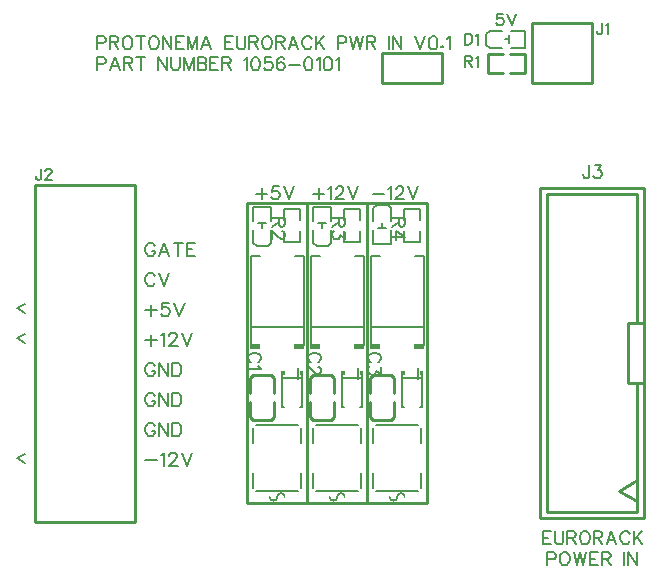
<source format=gto>
G04 Layer: TopSilkscreenLayer*
G04 EasyEDA v6.5.32, 2023-07-25 14:04:49*
G04 e29bc2ffff424919aeca0c2d5bcb6023,5a6b42c53f6a479593ecc07194224c93,10*
G04 Gerber Generator version 0.2*
G04 Scale: 100 percent, Rotated: No, Reflected: No *
G04 Dimensions in millimeters *
G04 leading zeros omitted , absolute positions ,4 integer and 5 decimal *
%FSLAX45Y45*%
%MOMM*%

%ADD10C,0.1524*%
%ADD11C,0.2540*%
%ADD12C,0.1500*%
%ADD13C,0.1520*%

%LPD*%
D10*
X762000Y5423915D02*
G01*
X762000Y5314950D01*
X762000Y5423915D02*
G01*
X808736Y5423915D01*
X824229Y5418836D01*
X829563Y5413502D01*
X834644Y5403087D01*
X834644Y5387594D01*
X829563Y5377179D01*
X824229Y5372100D01*
X808736Y5366765D01*
X762000Y5366765D01*
X910589Y5423915D02*
G01*
X868934Y5314950D01*
X910589Y5423915D02*
G01*
X952245Y5314950D01*
X884681Y5351271D02*
G01*
X936497Y5351271D01*
X986536Y5423915D02*
G01*
X986536Y5314950D01*
X986536Y5423915D02*
G01*
X1033271Y5423915D01*
X1048765Y5418836D01*
X1054100Y5413502D01*
X1059179Y5403087D01*
X1059179Y5392673D01*
X1054100Y5382260D01*
X1048765Y5377179D01*
X1033271Y5372100D01*
X986536Y5372100D01*
X1022857Y5372100D02*
G01*
X1059179Y5314950D01*
X1129792Y5423915D02*
G01*
X1129792Y5314950D01*
X1093470Y5423915D02*
G01*
X1166113Y5423915D01*
X1280413Y5423915D02*
G01*
X1280413Y5314950D01*
X1280413Y5423915D02*
G01*
X1353312Y5314950D01*
X1353312Y5423915D02*
G01*
X1353312Y5314950D01*
X1387602Y5423915D02*
G01*
X1387602Y5345937D01*
X1392681Y5330444D01*
X1403095Y5320029D01*
X1418589Y5314950D01*
X1429004Y5314950D01*
X1444752Y5320029D01*
X1455165Y5330444D01*
X1460245Y5345937D01*
X1460245Y5423915D01*
X1494536Y5423915D02*
G01*
X1494536Y5314950D01*
X1494536Y5423915D02*
G01*
X1536192Y5314950D01*
X1577594Y5423915D02*
G01*
X1536192Y5314950D01*
X1577594Y5423915D02*
G01*
X1577594Y5314950D01*
X1611884Y5423915D02*
G01*
X1611884Y5314950D01*
X1611884Y5423915D02*
G01*
X1658620Y5423915D01*
X1674368Y5418836D01*
X1679447Y5413502D01*
X1684781Y5403087D01*
X1684781Y5392673D01*
X1679447Y5382260D01*
X1674368Y5377179D01*
X1658620Y5372100D01*
X1611884Y5372100D02*
G01*
X1658620Y5372100D01*
X1674368Y5366765D01*
X1679447Y5361686D01*
X1684781Y5351271D01*
X1684781Y5335523D01*
X1679447Y5325110D01*
X1674368Y5320029D01*
X1658620Y5314950D01*
X1611884Y5314950D01*
X1719071Y5423915D02*
G01*
X1719071Y5314950D01*
X1719071Y5423915D02*
G01*
X1786636Y5423915D01*
X1719071Y5372100D02*
G01*
X1760473Y5372100D01*
X1719071Y5314950D02*
G01*
X1786636Y5314950D01*
X1820926Y5423915D02*
G01*
X1820926Y5314950D01*
X1820926Y5423915D02*
G01*
X1867662Y5423915D01*
X1883155Y5418836D01*
X1888489Y5413502D01*
X1893570Y5403087D01*
X1893570Y5392673D01*
X1888489Y5382260D01*
X1883155Y5377179D01*
X1867662Y5372100D01*
X1820926Y5372100D01*
X1857247Y5372100D02*
G01*
X1893570Y5314950D01*
X2007870Y5403087D02*
G01*
X2018284Y5408421D01*
X2033777Y5423915D01*
X2033777Y5314950D01*
X2099309Y5423915D02*
G01*
X2083815Y5418836D01*
X2073402Y5403087D01*
X2068068Y5377179D01*
X2068068Y5361686D01*
X2073402Y5335523D01*
X2083815Y5320029D01*
X2099309Y5314950D01*
X2109724Y5314950D01*
X2125218Y5320029D01*
X2135631Y5335523D01*
X2140965Y5361686D01*
X2140965Y5377179D01*
X2135631Y5403087D01*
X2125218Y5418836D01*
X2109724Y5423915D01*
X2099309Y5423915D01*
X2237486Y5423915D02*
G01*
X2185670Y5423915D01*
X2180336Y5377179D01*
X2185670Y5382260D01*
X2201163Y5387594D01*
X2216658Y5387594D01*
X2232406Y5382260D01*
X2242820Y5372100D01*
X2247900Y5356352D01*
X2247900Y5345937D01*
X2242820Y5330444D01*
X2232406Y5320029D01*
X2216658Y5314950D01*
X2201163Y5314950D01*
X2185670Y5320029D01*
X2180336Y5325110D01*
X2175256Y5335523D01*
X2344420Y5408421D02*
G01*
X2339340Y5418836D01*
X2323845Y5423915D01*
X2313431Y5423915D01*
X2297684Y5418836D01*
X2287270Y5403087D01*
X2282190Y5377179D01*
X2282190Y5351271D01*
X2287270Y5330444D01*
X2297684Y5320029D01*
X2313431Y5314950D01*
X2318511Y5314950D01*
X2334259Y5320029D01*
X2344420Y5330444D01*
X2349754Y5345937D01*
X2349754Y5351271D01*
X2344420Y5366765D01*
X2334259Y5377179D01*
X2318511Y5382260D01*
X2313431Y5382260D01*
X2297684Y5377179D01*
X2287270Y5366765D01*
X2282190Y5351271D01*
X2384043Y5361686D02*
G01*
X2477515Y5361686D01*
X2543047Y5423915D02*
G01*
X2527300Y5418836D01*
X2517140Y5403087D01*
X2511806Y5377179D01*
X2511806Y5361686D01*
X2517140Y5335523D01*
X2527300Y5320029D01*
X2543047Y5314950D01*
X2553461Y5314950D01*
X2568956Y5320029D01*
X2579370Y5335523D01*
X2584450Y5361686D01*
X2584450Y5377179D01*
X2579370Y5403087D01*
X2568956Y5418836D01*
X2553461Y5423915D01*
X2543047Y5423915D01*
X2618740Y5403087D02*
G01*
X2629154Y5408421D01*
X2644902Y5423915D01*
X2644902Y5314950D01*
X2710179Y5423915D02*
G01*
X2694686Y5418836D01*
X2684272Y5403087D01*
X2679191Y5377179D01*
X2679191Y5361686D01*
X2684272Y5335523D01*
X2694686Y5320029D01*
X2710179Y5314950D01*
X2720593Y5314950D01*
X2736341Y5320029D01*
X2746756Y5335523D01*
X2751836Y5361686D01*
X2751836Y5377179D01*
X2746756Y5403087D01*
X2736341Y5418836D01*
X2720593Y5423915D01*
X2710179Y5423915D01*
X2786125Y5403087D02*
G01*
X2796540Y5408421D01*
X2812034Y5423915D01*
X2812034Y5314950D01*
X762000Y5601715D02*
G01*
X762000Y5492750D01*
X762000Y5601715D02*
G01*
X808736Y5601715D01*
X824229Y5596636D01*
X829563Y5591302D01*
X834644Y5580887D01*
X834644Y5565394D01*
X829563Y5554979D01*
X824229Y5549900D01*
X808736Y5544565D01*
X762000Y5544565D01*
X868934Y5601715D02*
G01*
X868934Y5492750D01*
X868934Y5601715D02*
G01*
X915670Y5601715D01*
X931418Y5596636D01*
X936497Y5591302D01*
X941831Y5580887D01*
X941831Y5570473D01*
X936497Y5560060D01*
X931418Y5554979D01*
X915670Y5549900D01*
X868934Y5549900D01*
X905510Y5549900D02*
G01*
X941831Y5492750D01*
X1007110Y5601715D02*
G01*
X996950Y5596636D01*
X986536Y5586221D01*
X981202Y5575807D01*
X976121Y5560060D01*
X976121Y5534152D01*
X981202Y5518657D01*
X986536Y5508244D01*
X996950Y5497829D01*
X1007110Y5492750D01*
X1027937Y5492750D01*
X1038352Y5497829D01*
X1048765Y5508244D01*
X1054100Y5518657D01*
X1059179Y5534152D01*
X1059179Y5560060D01*
X1054100Y5575807D01*
X1048765Y5586221D01*
X1038352Y5596636D01*
X1027937Y5601715D01*
X1007110Y5601715D01*
X1129792Y5601715D02*
G01*
X1129792Y5492750D01*
X1093470Y5601715D02*
G01*
X1166113Y5601715D01*
X1231645Y5601715D02*
G01*
X1221231Y5596636D01*
X1210818Y5586221D01*
X1205737Y5575807D01*
X1200404Y5560060D01*
X1200404Y5534152D01*
X1205737Y5518657D01*
X1210818Y5508244D01*
X1221231Y5497829D01*
X1231645Y5492750D01*
X1252473Y5492750D01*
X1262887Y5497829D01*
X1273302Y5508244D01*
X1278381Y5518657D01*
X1283715Y5534152D01*
X1283715Y5560060D01*
X1278381Y5575807D01*
X1273302Y5586221D01*
X1262887Y5596636D01*
X1252473Y5601715D01*
X1231645Y5601715D01*
X1318005Y5601715D02*
G01*
X1318005Y5492750D01*
X1318005Y5601715D02*
G01*
X1390650Y5492750D01*
X1390650Y5601715D02*
G01*
X1390650Y5492750D01*
X1424939Y5601715D02*
G01*
X1424939Y5492750D01*
X1424939Y5601715D02*
G01*
X1492504Y5601715D01*
X1424939Y5549900D02*
G01*
X1466595Y5549900D01*
X1424939Y5492750D02*
G01*
X1492504Y5492750D01*
X1526794Y5601715D02*
G01*
X1526794Y5492750D01*
X1526794Y5601715D02*
G01*
X1568450Y5492750D01*
X1609852Y5601715D02*
G01*
X1568450Y5492750D01*
X1609852Y5601715D02*
G01*
X1609852Y5492750D01*
X1685797Y5601715D02*
G01*
X1644142Y5492750D01*
X1685797Y5601715D02*
G01*
X1727200Y5492750D01*
X1659889Y5529071D02*
G01*
X1711705Y5529071D01*
X1841500Y5601715D02*
G01*
X1841500Y5492750D01*
X1841500Y5601715D02*
G01*
X1909063Y5601715D01*
X1841500Y5549900D02*
G01*
X1883155Y5549900D01*
X1841500Y5492750D02*
G01*
X1909063Y5492750D01*
X1943354Y5601715D02*
G01*
X1943354Y5523737D01*
X1948688Y5508244D01*
X1959102Y5497829D01*
X1974595Y5492750D01*
X1985009Y5492750D01*
X2000504Y5497829D01*
X2010918Y5508244D01*
X2016252Y5523737D01*
X2016252Y5601715D01*
X2050541Y5601715D02*
G01*
X2050541Y5492750D01*
X2050541Y5601715D02*
G01*
X2097277Y5601715D01*
X2112772Y5596636D01*
X2118106Y5591302D01*
X2123186Y5580887D01*
X2123186Y5570473D01*
X2118106Y5560060D01*
X2112772Y5554979D01*
X2097277Y5549900D01*
X2050541Y5549900D01*
X2086863Y5549900D02*
G01*
X2123186Y5492750D01*
X2188718Y5601715D02*
G01*
X2178304Y5596636D01*
X2167890Y5586221D01*
X2162809Y5575807D01*
X2157475Y5560060D01*
X2157475Y5534152D01*
X2162809Y5518657D01*
X2167890Y5508244D01*
X2178304Y5497829D01*
X2188718Y5492750D01*
X2209545Y5492750D01*
X2219959Y5497829D01*
X2230120Y5508244D01*
X2235454Y5518657D01*
X2240534Y5534152D01*
X2240534Y5560060D01*
X2235454Y5575807D01*
X2230120Y5586221D01*
X2219959Y5596636D01*
X2209545Y5601715D01*
X2188718Y5601715D01*
X2274824Y5601715D02*
G01*
X2274824Y5492750D01*
X2274824Y5601715D02*
G01*
X2321559Y5601715D01*
X2337308Y5596636D01*
X2342388Y5591302D01*
X2347722Y5580887D01*
X2347722Y5570473D01*
X2342388Y5560060D01*
X2337308Y5554979D01*
X2321559Y5549900D01*
X2274824Y5549900D01*
X2311400Y5549900D02*
G01*
X2347722Y5492750D01*
X2423413Y5601715D02*
G01*
X2382011Y5492750D01*
X2423413Y5601715D02*
G01*
X2465070Y5492750D01*
X2397506Y5529071D02*
G01*
X2449575Y5529071D01*
X2577338Y5575807D02*
G01*
X2572004Y5586221D01*
X2561590Y5596636D01*
X2551429Y5601715D01*
X2530602Y5601715D01*
X2520188Y5596636D01*
X2509774Y5586221D01*
X2504440Y5575807D01*
X2499359Y5560060D01*
X2499359Y5534152D01*
X2504440Y5518657D01*
X2509774Y5508244D01*
X2520188Y5497829D01*
X2530602Y5492750D01*
X2551429Y5492750D01*
X2561590Y5497829D01*
X2572004Y5508244D01*
X2577338Y5518657D01*
X2611627Y5601715D02*
G01*
X2611627Y5492750D01*
X2684272Y5601715D02*
G01*
X2611627Y5529071D01*
X2637536Y5554979D02*
G01*
X2684272Y5492750D01*
X2798572Y5601715D02*
G01*
X2798572Y5492750D01*
X2798572Y5601715D02*
G01*
X2845308Y5601715D01*
X2861056Y5596636D01*
X2866136Y5591302D01*
X2871470Y5580887D01*
X2871470Y5565394D01*
X2866136Y5554979D01*
X2861056Y5549900D01*
X2845308Y5544565D01*
X2798572Y5544565D01*
X2905759Y5601715D02*
G01*
X2931668Y5492750D01*
X2957575Y5601715D02*
G01*
X2931668Y5492750D01*
X2957575Y5601715D02*
G01*
X2983484Y5492750D01*
X3009645Y5601715D02*
G01*
X2983484Y5492750D01*
X3043936Y5601715D02*
G01*
X3043936Y5492750D01*
X3043936Y5601715D02*
G01*
X3090672Y5601715D01*
X3106165Y5596636D01*
X3111500Y5591302D01*
X3116579Y5580887D01*
X3116579Y5570473D01*
X3111500Y5560060D01*
X3106165Y5554979D01*
X3090672Y5549900D01*
X3043936Y5549900D01*
X3080258Y5549900D02*
G01*
X3116579Y5492750D01*
X3230879Y5601715D02*
G01*
X3230879Y5492750D01*
X3265170Y5601715D02*
G01*
X3265170Y5492750D01*
X3265170Y5601715D02*
G01*
X3337813Y5492750D01*
X3337813Y5601715D02*
G01*
X3337813Y5492750D01*
X3452113Y5601715D02*
G01*
X3493770Y5492750D01*
X3535425Y5601715D02*
G01*
X3493770Y5492750D01*
X3600704Y5601715D02*
G01*
X3585209Y5596636D01*
X3574795Y5580887D01*
X3569715Y5554979D01*
X3569715Y5539486D01*
X3574795Y5513323D01*
X3585209Y5497829D01*
X3600704Y5492750D01*
X3611118Y5492750D01*
X3626865Y5497829D01*
X3637279Y5513323D01*
X3642359Y5539486D01*
X3642359Y5554979D01*
X3637279Y5580887D01*
X3626865Y5596636D01*
X3611118Y5601715D01*
X3600704Y5601715D01*
X3681729Y5518657D02*
G01*
X3676650Y5513323D01*
X3681729Y5508244D01*
X3687063Y5513323D01*
X3681729Y5518657D01*
X3721354Y5580887D02*
G01*
X3731768Y5586221D01*
X3747261Y5601715D01*
X3747261Y5492750D01*
X286765Y4482337D02*
G01*
X286765Y4409694D01*
X282194Y4395978D01*
X277621Y4391405D01*
X268478Y4386834D01*
X259587Y4386834D01*
X250444Y4391405D01*
X245871Y4395978D01*
X241300Y4409694D01*
X241300Y4418837D01*
X321310Y4459731D02*
G01*
X321310Y4464304D01*
X325881Y4473194D01*
X330454Y4477765D01*
X339597Y4482337D01*
X357631Y4482337D01*
X366776Y4477765D01*
X371347Y4473194D01*
X375920Y4464304D01*
X375920Y4455160D01*
X371347Y4446015D01*
X362204Y4432300D01*
X316737Y4386834D01*
X380492Y4386834D01*
X4533879Y1410698D02*
G01*
X4533879Y1301595D01*
X4533879Y1410698D02*
G01*
X4601420Y1410698D01*
X4533879Y1358745D02*
G01*
X4575444Y1358745D01*
X4533879Y1301595D02*
G01*
X4601420Y1301595D01*
X4635710Y1410698D02*
G01*
X4635710Y1332765D01*
X4640905Y1317180D01*
X4651296Y1306789D01*
X4666884Y1301595D01*
X4677275Y1301595D01*
X4692860Y1306789D01*
X4703251Y1317180D01*
X4708446Y1332765D01*
X4708446Y1410698D01*
X4742736Y1410698D02*
G01*
X4742736Y1301595D01*
X4742736Y1410698D02*
G01*
X4789495Y1410698D01*
X4805083Y1405503D01*
X4810277Y1400307D01*
X4815474Y1389915D01*
X4815474Y1379524D01*
X4810277Y1369133D01*
X4805083Y1363939D01*
X4789495Y1358745D01*
X4742736Y1358745D01*
X4779103Y1358745D02*
G01*
X4815474Y1301595D01*
X4880935Y1410698D02*
G01*
X4870543Y1405503D01*
X4860155Y1395112D01*
X4854958Y1384721D01*
X4849764Y1369133D01*
X4849764Y1343157D01*
X4854958Y1327571D01*
X4860155Y1317180D01*
X4870543Y1306789D01*
X4880935Y1301595D01*
X4901717Y1301595D01*
X4912108Y1306789D01*
X4922499Y1317180D01*
X4927693Y1327571D01*
X4932890Y1343157D01*
X4932890Y1369133D01*
X4927693Y1384721D01*
X4922499Y1395112D01*
X4912108Y1405503D01*
X4901717Y1410698D01*
X4880935Y1410698D01*
X4967180Y1410698D02*
G01*
X4967180Y1301595D01*
X4967180Y1410698D02*
G01*
X5013939Y1410698D01*
X5029525Y1405503D01*
X5034721Y1400307D01*
X5039916Y1389915D01*
X5039916Y1379524D01*
X5034721Y1369133D01*
X5029525Y1363939D01*
X5013939Y1358745D01*
X4967180Y1358745D01*
X5003548Y1358745D02*
G01*
X5039916Y1301595D01*
X5115770Y1410698D02*
G01*
X5074206Y1301595D01*
X5115770Y1410698D02*
G01*
X5157335Y1301595D01*
X5089794Y1337962D02*
G01*
X5141747Y1337962D01*
X5269555Y1384721D02*
G01*
X5264360Y1395112D01*
X5253969Y1405503D01*
X5243578Y1410698D01*
X5222796Y1410698D01*
X5212405Y1405503D01*
X5202013Y1395112D01*
X5196819Y1384721D01*
X5191625Y1369133D01*
X5191625Y1343157D01*
X5196819Y1327571D01*
X5202013Y1317180D01*
X5212405Y1306789D01*
X5222796Y1301595D01*
X5243578Y1301595D01*
X5253969Y1306789D01*
X5264360Y1317180D01*
X5269555Y1327571D01*
X5303845Y1410698D02*
G01*
X5303845Y1301595D01*
X5376583Y1410698D02*
G01*
X5303845Y1337962D01*
X5329824Y1363939D02*
G01*
X5376583Y1301595D01*
X4572010Y1232954D02*
G01*
X4572010Y1123734D01*
X4572010Y1232954D02*
G01*
X4618746Y1232954D01*
X4634240Y1227620D01*
X4639574Y1222540D01*
X4644654Y1212126D01*
X4644654Y1196632D01*
X4639574Y1186218D01*
X4634240Y1180884D01*
X4618746Y1175804D01*
X4572010Y1175804D01*
X4710186Y1232954D02*
G01*
X4699772Y1227620D01*
X4689358Y1217460D01*
X4684278Y1207046D01*
X4678944Y1191298D01*
X4678944Y1165390D01*
X4684278Y1149896D01*
X4689358Y1139482D01*
X4699772Y1129068D01*
X4710186Y1123734D01*
X4731014Y1123734D01*
X4741428Y1129068D01*
X4751842Y1139482D01*
X4756922Y1149896D01*
X4762256Y1165390D01*
X4762256Y1191298D01*
X4756922Y1207046D01*
X4751842Y1217460D01*
X4741428Y1227620D01*
X4731014Y1232954D01*
X4710186Y1232954D01*
X4796546Y1232954D02*
G01*
X4822454Y1123734D01*
X4848362Y1232954D02*
G01*
X4822454Y1123734D01*
X4848362Y1232954D02*
G01*
X4874270Y1123734D01*
X4900432Y1232954D02*
G01*
X4874270Y1123734D01*
X4934722Y1232954D02*
G01*
X4934722Y1123734D01*
X4934722Y1232954D02*
G01*
X5002286Y1232954D01*
X4934722Y1180884D02*
G01*
X4976124Y1180884D01*
X4934722Y1123734D02*
G01*
X5002286Y1123734D01*
X5036576Y1232954D02*
G01*
X5036576Y1123734D01*
X5036576Y1232954D02*
G01*
X5083312Y1232954D01*
X5098806Y1227620D01*
X5103886Y1222540D01*
X5109220Y1212126D01*
X5109220Y1201712D01*
X5103886Y1191298D01*
X5098806Y1186218D01*
X5083312Y1180884D01*
X5036576Y1180884D01*
X5072898Y1180884D02*
G01*
X5109220Y1123734D01*
X5223520Y1232954D02*
G01*
X5223520Y1123734D01*
X5257810Y1232954D02*
G01*
X5257810Y1123734D01*
X5257810Y1232954D02*
G01*
X5330454Y1123734D01*
X5330454Y1232954D02*
G01*
X5330454Y1123734D01*
X4194797Y5790427D02*
G01*
X4149331Y5790427D01*
X4144759Y5749533D01*
X4149331Y5754105D01*
X4162793Y5758677D01*
X4176509Y5758677D01*
X4190225Y5754105D01*
X4199369Y5744961D01*
X4203941Y5731499D01*
X4203941Y5722355D01*
X4199369Y5708639D01*
X4190225Y5699495D01*
X4176509Y5694923D01*
X4162793Y5694923D01*
X4149331Y5699495D01*
X4144759Y5704067D01*
X4140187Y5713211D01*
X4233913Y5790427D02*
G01*
X4270235Y5694923D01*
X4306557Y5790427D02*
G01*
X4270235Y5694923D01*
X3481986Y2793992D02*
G01*
X3481986Y2700474D01*
X2973986Y2793992D02*
G01*
X2973986Y2700474D01*
X2465986Y2793992D02*
G01*
X2465986Y2700474D01*
X1168400Y2011426D02*
G01*
X1266697Y2011426D01*
X1302512Y2055113D02*
G01*
X1313434Y2060447D01*
X1329944Y2076957D01*
X1329944Y1962404D01*
X1371345Y2049526D02*
G01*
X1371345Y2055113D01*
X1376679Y2066036D01*
X1382268Y2071370D01*
X1393189Y2076957D01*
X1415034Y2076957D01*
X1425955Y2071370D01*
X1431289Y2066036D01*
X1436878Y2055113D01*
X1436878Y2044192D01*
X1431289Y2033270D01*
X1420368Y2017013D01*
X1365757Y1962404D01*
X1442212Y1962404D01*
X1478279Y2076957D02*
G01*
X1521968Y1962404D01*
X1565402Y2076957D02*
G01*
X1521968Y1962404D01*
X1250187Y2303526D02*
G01*
X1244854Y2314447D01*
X1233931Y2325370D01*
X1223010Y2330957D01*
X1201165Y2330957D01*
X1190244Y2325370D01*
X1179321Y2314447D01*
X1173734Y2303526D01*
X1168400Y2287270D01*
X1168400Y2260092D01*
X1173734Y2243581D01*
X1179321Y2232660D01*
X1190244Y2221737D01*
X1201165Y2216404D01*
X1223010Y2216404D01*
X1233931Y2221737D01*
X1244854Y2232660D01*
X1250187Y2243581D01*
X1250187Y2260092D01*
X1223010Y2260092D02*
G01*
X1250187Y2260092D01*
X1286255Y2330957D02*
G01*
X1286255Y2216404D01*
X1286255Y2330957D02*
G01*
X1362710Y2216404D01*
X1362710Y2330957D02*
G01*
X1362710Y2216404D01*
X1398523Y2330957D02*
G01*
X1398523Y2216404D01*
X1398523Y2330957D02*
G01*
X1436878Y2330957D01*
X1453134Y2325370D01*
X1464055Y2314447D01*
X1469389Y2303526D01*
X1474978Y2287270D01*
X1474978Y2260092D01*
X1469389Y2243581D01*
X1464055Y2232660D01*
X1453134Y2221737D01*
X1436878Y2216404D01*
X1398523Y2216404D01*
X1250187Y2557526D02*
G01*
X1244854Y2568447D01*
X1233931Y2579370D01*
X1223010Y2584957D01*
X1201165Y2584957D01*
X1190244Y2579370D01*
X1179321Y2568447D01*
X1173734Y2557526D01*
X1168400Y2541270D01*
X1168400Y2514092D01*
X1173734Y2497581D01*
X1179321Y2486660D01*
X1190244Y2475737D01*
X1201165Y2470404D01*
X1223010Y2470404D01*
X1233931Y2475737D01*
X1244854Y2486660D01*
X1250187Y2497581D01*
X1250187Y2514092D01*
X1223010Y2514092D02*
G01*
X1250187Y2514092D01*
X1286255Y2584957D02*
G01*
X1286255Y2470404D01*
X1286255Y2584957D02*
G01*
X1362710Y2470404D01*
X1362710Y2584957D02*
G01*
X1362710Y2470404D01*
X1398523Y2584957D02*
G01*
X1398523Y2470404D01*
X1398523Y2584957D02*
G01*
X1436878Y2584957D01*
X1453134Y2579370D01*
X1464055Y2568447D01*
X1469389Y2557526D01*
X1474978Y2541270D01*
X1474978Y2514092D01*
X1469389Y2497581D01*
X1464055Y2486660D01*
X1453134Y2475737D01*
X1436878Y2470404D01*
X1398523Y2470404D01*
X1250187Y2811526D02*
G01*
X1244854Y2822447D01*
X1233931Y2833370D01*
X1223010Y2838957D01*
X1201165Y2838957D01*
X1190244Y2833370D01*
X1179321Y2822447D01*
X1173734Y2811526D01*
X1168400Y2795270D01*
X1168400Y2768092D01*
X1173734Y2751581D01*
X1179321Y2740660D01*
X1190244Y2729737D01*
X1201165Y2724404D01*
X1223010Y2724404D01*
X1233931Y2729737D01*
X1244854Y2740660D01*
X1250187Y2751581D01*
X1250187Y2768092D01*
X1223010Y2768092D02*
G01*
X1250187Y2768092D01*
X1286255Y2838957D02*
G01*
X1286255Y2724404D01*
X1286255Y2838957D02*
G01*
X1362710Y2724404D01*
X1362710Y2838957D02*
G01*
X1362710Y2724404D01*
X1398523Y2838957D02*
G01*
X1398523Y2724404D01*
X1398523Y2838957D02*
G01*
X1436878Y2838957D01*
X1453134Y2833370D01*
X1464055Y2822447D01*
X1469389Y2811526D01*
X1474978Y2795270D01*
X1474978Y2768092D01*
X1469389Y2751581D01*
X1464055Y2740660D01*
X1453134Y2729737D01*
X1436878Y2724404D01*
X1398523Y2724404D01*
X1217421Y3076447D02*
G01*
X1217421Y2978404D01*
X1168400Y3027426D02*
G01*
X1266697Y3027426D01*
X1302512Y3071113D02*
G01*
X1313434Y3076447D01*
X1329944Y3092957D01*
X1329944Y2978404D01*
X1371345Y3065526D02*
G01*
X1371345Y3071113D01*
X1376679Y3082036D01*
X1382268Y3087370D01*
X1393189Y3092957D01*
X1415034Y3092957D01*
X1425955Y3087370D01*
X1431289Y3082036D01*
X1436878Y3071113D01*
X1436878Y3060192D01*
X1431289Y3049270D01*
X1420368Y3033013D01*
X1365757Y2978404D01*
X1442212Y2978404D01*
X1478279Y3092957D02*
G01*
X1521968Y2978404D01*
X1565402Y3092957D02*
G01*
X1521968Y2978404D01*
X1217421Y3330447D02*
G01*
X1217421Y3232404D01*
X1168400Y3281426D02*
G01*
X1266697Y3281426D01*
X1368044Y3346957D02*
G01*
X1313434Y3346957D01*
X1308100Y3297681D01*
X1313434Y3303270D01*
X1329944Y3308604D01*
X1346200Y3308604D01*
X1362710Y3303270D01*
X1373378Y3292347D01*
X1378965Y3276092D01*
X1378965Y3265170D01*
X1373378Y3248660D01*
X1362710Y3237737D01*
X1346200Y3232404D01*
X1329944Y3232404D01*
X1313434Y3237737D01*
X1308100Y3243326D01*
X1302512Y3254247D01*
X1415034Y3346957D02*
G01*
X1458468Y3232404D01*
X1502155Y3346957D02*
G01*
X1458468Y3232404D01*
X1250187Y3573526D02*
G01*
X1244854Y3584447D01*
X1233931Y3595370D01*
X1223010Y3600957D01*
X1201165Y3600957D01*
X1190244Y3595370D01*
X1179321Y3584447D01*
X1173734Y3573526D01*
X1168400Y3557270D01*
X1168400Y3530092D01*
X1173734Y3513581D01*
X1179321Y3502660D01*
X1190244Y3491737D01*
X1201165Y3486404D01*
X1223010Y3486404D01*
X1233931Y3491737D01*
X1244854Y3502660D01*
X1250187Y3513581D01*
X1286255Y3600957D02*
G01*
X1329944Y3486404D01*
X1373378Y3600957D02*
G01*
X1329944Y3486404D01*
X1250187Y3827526D02*
G01*
X1244854Y3838447D01*
X1233931Y3849370D01*
X1223010Y3854957D01*
X1201165Y3854957D01*
X1190244Y3849370D01*
X1179321Y3838447D01*
X1173734Y3827526D01*
X1168400Y3811270D01*
X1168400Y3784092D01*
X1173734Y3767581D01*
X1179321Y3756660D01*
X1190244Y3745737D01*
X1201165Y3740404D01*
X1223010Y3740404D01*
X1233931Y3745737D01*
X1244854Y3756660D01*
X1250187Y3767581D01*
X1250187Y3784092D01*
X1223010Y3784092D02*
G01*
X1250187Y3784092D01*
X1329944Y3854957D02*
G01*
X1286255Y3740404D01*
X1329944Y3854957D02*
G01*
X1373378Y3740404D01*
X1302512Y3778504D02*
G01*
X1357121Y3778504D01*
X1447800Y3854957D02*
G01*
X1447800Y3740404D01*
X1409445Y3854957D02*
G01*
X1485900Y3854957D01*
X1521968Y3854957D02*
G01*
X1521968Y3740404D01*
X1521968Y3854957D02*
G01*
X1592834Y3854957D01*
X1521968Y3800347D02*
G01*
X1565402Y3800347D01*
X1521968Y3740404D02*
G01*
X1592834Y3740404D01*
X152471Y3004118D02*
G01*
X79827Y3045012D01*
X152471Y3085906D01*
X152471Y3258118D02*
G01*
X79827Y3299012D01*
X152471Y3339906D01*
X152471Y1988118D02*
G01*
X79827Y2029012D01*
X152471Y2069906D01*
X5036565Y5714237D02*
G01*
X5036565Y5641594D01*
X5031993Y5627878D01*
X5027422Y5623305D01*
X5018277Y5618734D01*
X5009388Y5618734D01*
X5000243Y5623305D01*
X4995672Y5627878D01*
X4991100Y5641594D01*
X4991100Y5650737D01*
X5066538Y5696204D02*
G01*
X5075681Y5700776D01*
X5089397Y5714237D01*
X5089397Y5618734D01*
X3873500Y5434837D02*
G01*
X3873500Y5339334D01*
X3873500Y5434837D02*
G01*
X3914393Y5434837D01*
X3928109Y5430265D01*
X3932681Y5425694D01*
X3937254Y5416804D01*
X3937254Y5407660D01*
X3932681Y5398515D01*
X3928109Y5393944D01*
X3914393Y5389371D01*
X3873500Y5389371D01*
X3905250Y5389371D02*
G01*
X3937254Y5339334D01*
X3967225Y5416804D02*
G01*
X3976115Y5421376D01*
X3989831Y5434837D01*
X3989831Y5339334D01*
X3873500Y5625337D02*
G01*
X3873500Y5529834D01*
X3873500Y5625337D02*
G01*
X3905250Y5625337D01*
X3918965Y5620765D01*
X3928109Y5611876D01*
X3932681Y5602731D01*
X3937254Y5589015D01*
X3937254Y5566410D01*
X3932681Y5552694D01*
X3928109Y5543550D01*
X3918965Y5534405D01*
X3905250Y5529834D01*
X3873500Y5529834D01*
X3967225Y5607304D02*
G01*
X3976115Y5611876D01*
X3989831Y5625337D01*
X3989831Y5529834D01*
X4928631Y4509635D02*
G01*
X4928631Y4426323D01*
X4923551Y4410829D01*
X4918471Y4405495D01*
X4908057Y4400415D01*
X4897643Y4400415D01*
X4887229Y4405495D01*
X4881895Y4410829D01*
X4876815Y4426323D01*
X4876815Y4436737D01*
X4973335Y4509635D02*
G01*
X5030485Y4509635D01*
X4999497Y4467979D01*
X5014991Y4467979D01*
X5025405Y4462645D01*
X5030485Y4457565D01*
X5035819Y4442071D01*
X5035819Y4431657D01*
X5030485Y4415909D01*
X5020071Y4405495D01*
X5004577Y4400415D01*
X4989083Y4400415D01*
X4973335Y4405495D01*
X4968255Y4410829D01*
X4962921Y4421243D01*
X3137357Y2843062D02*
G01*
X3147748Y2848259D01*
X3158139Y2858650D01*
X3163333Y2869039D01*
X3163333Y2889821D01*
X3158139Y2900212D01*
X3147748Y2910603D01*
X3137357Y2915800D01*
X3121769Y2920994D01*
X3095792Y2920994D01*
X3080207Y2915800D01*
X3069816Y2910603D01*
X3059424Y2900212D01*
X3054230Y2889821D01*
X3054230Y2869039D01*
X3059424Y2858650D01*
X3069816Y2848259D01*
X3080207Y2843062D01*
X3163333Y2798381D02*
G01*
X3163333Y2741231D01*
X3121769Y2772404D01*
X3121769Y2756819D01*
X3116574Y2746428D01*
X3111380Y2741231D01*
X3095792Y2736037D01*
X3085401Y2736037D01*
X3069816Y2741231D01*
X3059424Y2751622D01*
X3054230Y2767210D01*
X3054230Y2782796D01*
X3059424Y2798381D01*
X3064619Y2803578D01*
X3075010Y2808772D01*
X3098779Y4269374D02*
G01*
X3192297Y4269374D01*
X3226587Y4310936D02*
G01*
X3236978Y4316133D01*
X3252563Y4331718D01*
X3252563Y4222615D01*
X3292050Y4305741D02*
G01*
X3292050Y4310936D01*
X3297245Y4321327D01*
X3302441Y4326524D01*
X3312833Y4331718D01*
X3333615Y4331718D01*
X3344003Y4326524D01*
X3349200Y4321327D01*
X3354395Y4310936D01*
X3354395Y4300545D01*
X3349200Y4290153D01*
X3338809Y4274568D01*
X3286853Y4222615D01*
X3359591Y4222615D01*
X3393881Y4331718D02*
G01*
X3435443Y4222615D01*
X3477008Y4331718D02*
G01*
X3435443Y4222615D01*
X2629357Y2843062D02*
G01*
X2639748Y2848259D01*
X2650139Y2858650D01*
X2655333Y2869039D01*
X2655333Y2889821D01*
X2650139Y2900212D01*
X2639748Y2910603D01*
X2629357Y2915800D01*
X2613769Y2920994D01*
X2587792Y2920994D01*
X2572207Y2915800D01*
X2561816Y2910603D01*
X2551424Y2900212D01*
X2546230Y2889821D01*
X2546230Y2869039D01*
X2551424Y2858650D01*
X2561816Y2848259D01*
X2572207Y2843062D01*
X2629357Y2803578D02*
G01*
X2634551Y2803578D01*
X2644942Y2798381D01*
X2650139Y2793187D01*
X2655333Y2782796D01*
X2655333Y2762013D01*
X2650139Y2751622D01*
X2644942Y2746428D01*
X2634551Y2741231D01*
X2624160Y2741231D01*
X2613769Y2746428D01*
X2598183Y2756819D01*
X2546230Y2808772D01*
X2546230Y2736037D01*
X2637553Y4316145D02*
G01*
X2637553Y4222628D01*
X2590794Y4269386D02*
G01*
X2684312Y4269386D01*
X2718602Y4310948D02*
G01*
X2728993Y4316145D01*
X2744579Y4331731D01*
X2744579Y4222628D01*
X2784066Y4305754D02*
G01*
X2784066Y4310948D01*
X2789260Y4321340D01*
X2794457Y4326536D01*
X2804848Y4331731D01*
X2825630Y4331731D01*
X2836019Y4326536D01*
X2841216Y4321340D01*
X2846410Y4310948D01*
X2846410Y4300557D01*
X2841216Y4290166D01*
X2830824Y4274581D01*
X2778869Y4222628D01*
X2851607Y4222628D01*
X2885897Y4331731D02*
G01*
X2927459Y4222628D01*
X2969023Y4331731D02*
G01*
X2927459Y4222628D01*
X2154953Y4316145D02*
G01*
X2154953Y4222628D01*
X2108194Y4269386D02*
G01*
X2201712Y4269386D01*
X2298349Y4331731D02*
G01*
X2246393Y4331731D01*
X2241199Y4284972D01*
X2246393Y4290166D01*
X2261979Y4295363D01*
X2277567Y4295363D01*
X2293152Y4290166D01*
X2303543Y4279778D01*
X2308740Y4264190D01*
X2308740Y4253798D01*
X2303543Y4238213D01*
X2293152Y4227822D01*
X2277567Y4222628D01*
X2261979Y4222628D01*
X2246393Y4227822D01*
X2241199Y4233016D01*
X2236002Y4243407D01*
X2343030Y4331731D02*
G01*
X2384592Y4222628D01*
X2426157Y4331731D02*
G01*
X2384592Y4222628D01*
X2121357Y2843062D02*
G01*
X2131748Y2848259D01*
X2142139Y2858650D01*
X2147333Y2869039D01*
X2147333Y2889821D01*
X2142139Y2900212D01*
X2131748Y2910603D01*
X2121357Y2915800D01*
X2105769Y2920994D01*
X2079792Y2920994D01*
X2064207Y2915800D01*
X2053816Y2910603D01*
X2043424Y2900212D01*
X2038230Y2889821D01*
X2038230Y2869039D01*
X2043424Y2858650D01*
X2053816Y2848259D01*
X2064207Y2843062D01*
X2126551Y2808772D02*
G01*
X2131748Y2798381D01*
X2147333Y2782796D01*
X2038230Y2782796D01*
X3366515Y4063984D02*
G01*
X3257550Y4063984D01*
X3366515Y4063984D02*
G01*
X3366515Y4017248D01*
X3361436Y4001754D01*
X3356102Y3996420D01*
X3345688Y3991340D01*
X3335274Y3991340D01*
X3324859Y3996420D01*
X3319779Y4001754D01*
X3314700Y4017248D01*
X3314700Y4063984D01*
X3314700Y4027662D02*
G01*
X3257550Y3991340D01*
X3366515Y3904980D02*
G01*
X3293872Y3957050D01*
X3293872Y3879072D01*
X3366515Y3904980D02*
G01*
X3257550Y3904980D01*
X2858518Y4063987D02*
G01*
X2749552Y4063987D01*
X2858518Y4063987D02*
G01*
X2858518Y4017251D01*
X2853438Y4001757D01*
X2848104Y3996423D01*
X2837690Y3991343D01*
X2827276Y3991343D01*
X2816862Y3996423D01*
X2811782Y4001757D01*
X2806702Y4017251D01*
X2806702Y4063987D01*
X2806702Y4027665D02*
G01*
X2749552Y3991343D01*
X2858518Y3946639D02*
G01*
X2858518Y3889489D01*
X2816862Y3920477D01*
X2816862Y3904983D01*
X2811782Y3894569D01*
X2806702Y3889489D01*
X2790954Y3884155D01*
X2780540Y3884155D01*
X2765046Y3889489D01*
X2754632Y3899903D01*
X2749552Y3915397D01*
X2749552Y3930891D01*
X2754632Y3946639D01*
X2759712Y3951719D01*
X2770126Y3957053D01*
X2350518Y4063987D02*
G01*
X2241552Y4063987D01*
X2350518Y4063987D02*
G01*
X2350518Y4017251D01*
X2345438Y4001757D01*
X2340104Y3996423D01*
X2329690Y3991343D01*
X2319276Y3991343D01*
X2308862Y3996423D01*
X2303782Y4001757D01*
X2298702Y4017251D01*
X2298702Y4063987D01*
X2298702Y4027665D02*
G01*
X2241552Y3991343D01*
X2324610Y3951719D02*
G01*
X2329690Y3951719D01*
X2340104Y3946639D01*
X2345438Y3941305D01*
X2350518Y3930891D01*
X2350518Y3910317D01*
X2345438Y3899903D01*
X2340104Y3894569D01*
X2329690Y3889489D01*
X2319276Y3889489D01*
X2308862Y3894569D01*
X2293368Y3904983D01*
X2241552Y3957053D01*
X2241552Y3884155D01*
G36*
X3446830Y3000502D02*
G01*
X3446830Y2954782D01*
X3532225Y2954782D01*
X3532225Y3000502D01*
G37*
G36*
X3071774Y3000502D02*
G01*
X3071774Y2954782D01*
X3157169Y2954782D01*
X3157169Y3000502D01*
G37*
G36*
X2938830Y3000502D02*
G01*
X2938830Y2954782D01*
X3024225Y2954782D01*
X3024225Y3000502D01*
G37*
G36*
X2563774Y3000502D02*
G01*
X2563774Y2954782D01*
X2649169Y2954782D01*
X2649169Y3000502D01*
G37*
G36*
X2430830Y3000502D02*
G01*
X2430830Y2954782D01*
X2516225Y2954782D01*
X2516225Y3000502D01*
G37*
G36*
X2055774Y3000502D02*
G01*
X2055774Y2954782D01*
X2141169Y2954782D01*
X2141169Y3000502D01*
G37*
G36*
X3493719Y2766974D02*
G01*
X3493719Y2736494D01*
X3523234Y2736494D01*
X3523234Y2766974D01*
G37*
G36*
X3334765Y2766974D02*
G01*
X3334765Y2736494D01*
X3364229Y2736494D01*
X3364229Y2766974D01*
G37*
G36*
X2985719Y2766974D02*
G01*
X2985719Y2736494D01*
X3015234Y2736494D01*
X3015234Y2766974D01*
G37*
G36*
X2826766Y2766974D02*
G01*
X2826766Y2736494D01*
X2856230Y2736494D01*
X2856230Y2766974D01*
G37*
G36*
X2477719Y2766974D02*
G01*
X2477719Y2736494D01*
X2507234Y2736494D01*
X2507234Y2766974D01*
G37*
G36*
X2318766Y2766974D02*
G01*
X2318766Y2736494D01*
X2348230Y2736494D01*
X2348230Y2766974D01*
G37*
D11*
X3555987Y4190994D02*
G01*
X3555987Y1650994D01*
X3047987Y1650994D01*
X3047987Y4190994D01*
X3555987Y4190994D01*
X3047987Y4190994D02*
G01*
X3047987Y1650994D01*
X2539987Y1650994D01*
X2539987Y4190994D01*
X3047987Y4190994D01*
X2793987Y1650994D02*
G01*
X3301987Y1650994D01*
X2539987Y4190994D02*
G01*
X2539987Y1650994D01*
X2031987Y1650994D01*
X2031987Y4190994D01*
X2539987Y4190994D01*
X3683000Y5461000D02*
G01*
X3683000Y5207000D01*
X3175000Y5207000D01*
X3175000Y5461000D01*
X3683000Y5461000D01*
X3683000Y5207000D01*
X4074038Y5291587D02*
G01*
X4074038Y5451591D01*
X4384095Y5292097D02*
G01*
X4384095Y5452102D01*
X4199034Y5451591D02*
G01*
X4074038Y5451591D01*
X4199034Y5291587D02*
G01*
X4074038Y5291587D01*
X4259092Y5452102D02*
G01*
X4384095Y5452102D01*
X4259092Y5292097D02*
G01*
X4384095Y5292097D01*
D12*
X4246100Y5575523D02*
G01*
X4212099Y5575523D01*
X4054093Y5540296D02*
G01*
X4054093Y5530293D01*
X4084088Y5500291D01*
X4269094Y5650298D02*
G01*
X4384095Y5650298D01*
X4269094Y5500291D02*
G01*
X4384095Y5500291D01*
X4189095Y5650298D02*
G01*
X4084088Y5650298D01*
X4189095Y5500291D02*
G01*
X4084088Y5500291D01*
X4384095Y5650285D02*
G01*
X4384095Y5502295D01*
X4054093Y5610288D02*
G01*
X4054093Y5540296D01*
X4054093Y5610288D02*
G01*
X4054093Y5620303D01*
X4084088Y5650298D01*
X4246100Y5610296D02*
G01*
X4246100Y5542297D01*
D11*
X4512990Y1525000D02*
G01*
X4512990Y4316991D01*
X4512990Y4316989D02*
G01*
X5392988Y4316991D01*
X5392988Y4316991D02*
G01*
X5392988Y1525000D01*
X5392988Y1525000D02*
G01*
X4512990Y1525000D01*
X5384789Y2666994D02*
G01*
X5257789Y2666994D01*
X5257789Y3174994D01*
X5384789Y3174994D01*
X5333989Y1574794D02*
G01*
X4571989Y1574794D01*
X4571989Y4267194D01*
X5333989Y4267194D01*
X5333989Y3174994D01*
X5333989Y2666994D02*
G01*
X5333989Y1574794D01*
X5335117Y1668018D02*
G01*
X5181589Y1752594D01*
X5335117Y1845818D01*
D13*
X3122216Y1752592D02*
G01*
X3477816Y1752592D01*
X3124192Y2311392D02*
G01*
X3479792Y2311392D01*
D10*
X3505192Y1904992D02*
G01*
X3505192Y1777992D01*
X3505192Y2158992D02*
G01*
X3505192Y2285992D01*
X3098792Y1777992D02*
G01*
X3098792Y1908497D01*
X3098792Y2285992D02*
G01*
X3098792Y2158992D01*
X3524613Y3738115D02*
G01*
X3524613Y2992869D01*
X3079371Y3738115D02*
G01*
X3079371Y2992869D01*
X3524613Y3145066D02*
G01*
X3079371Y3145066D01*
X3524613Y3738115D02*
G01*
X3451910Y3738115D01*
X3079371Y3738115D02*
G01*
X3152073Y3738115D01*
D12*
X3175215Y3983492D02*
G01*
X3175215Y4017492D01*
X3139988Y4175498D02*
G01*
X3129986Y4175498D01*
X3099983Y4145503D01*
X3249990Y3960497D02*
G01*
X3249990Y3845496D01*
X3099983Y3960497D02*
G01*
X3099983Y3845496D01*
X3249990Y4040497D02*
G01*
X3249990Y4145503D01*
X3099983Y4040497D02*
G01*
X3099983Y4145503D01*
X3249978Y3845496D02*
G01*
X3101987Y3845496D01*
X3209980Y4175498D02*
G01*
X3139988Y4175498D01*
X3209980Y4175498D02*
G01*
X3219996Y4175498D01*
X3249990Y4145503D01*
X3209988Y3983492D02*
G01*
X3141990Y3983492D01*
D13*
X2614216Y1752592D02*
G01*
X2969816Y1752592D01*
X2616192Y2311392D02*
G01*
X2971792Y2311392D01*
D10*
X2997192Y1904992D02*
G01*
X2997192Y1777992D01*
X2997192Y2158992D02*
G01*
X2997192Y2285992D01*
X2590792Y1777992D02*
G01*
X2590792Y1908497D01*
X2590792Y2285992D02*
G01*
X2590792Y2158992D01*
X3016613Y3738115D02*
G01*
X3016613Y2992869D01*
X2571371Y3738115D02*
G01*
X2571371Y2992869D01*
X3016613Y3145066D02*
G01*
X2571371Y3145066D01*
X3016613Y3738115D02*
G01*
X2943910Y3738115D01*
X2571371Y3738115D02*
G01*
X2644073Y3738115D01*
D12*
X2666768Y4017492D02*
G01*
X2666768Y3983492D01*
X2701996Y3825486D02*
G01*
X2711998Y3825486D01*
X2742001Y3855481D01*
X2591993Y4040487D02*
G01*
X2591993Y4155488D01*
X2742001Y4040487D02*
G01*
X2742001Y4155488D01*
X2591993Y3960487D02*
G01*
X2591993Y3855481D01*
X2742001Y3960487D02*
G01*
X2742001Y3855481D01*
X2592006Y4155488D02*
G01*
X2739997Y4155488D01*
X2632003Y3825486D02*
G01*
X2701996Y3825486D01*
X2632003Y3825486D02*
G01*
X2621988Y3825486D01*
X2591993Y3855481D01*
X2631996Y4017492D02*
G01*
X2699994Y4017492D01*
X2158768Y4017492D02*
G01*
X2158768Y3983492D01*
X2193996Y3825486D02*
G01*
X2203998Y3825486D01*
X2234001Y3855481D01*
X2083993Y4040487D02*
G01*
X2083993Y4155488D01*
X2234001Y4040487D02*
G01*
X2234001Y4155488D01*
X2083993Y3960487D02*
G01*
X2083993Y3855481D01*
X2234001Y3960487D02*
G01*
X2234001Y3855481D01*
X2084006Y4155488D02*
G01*
X2231997Y4155488D01*
X2124003Y3825486D02*
G01*
X2193996Y3825486D01*
X2124003Y3825486D02*
G01*
X2113988Y3825486D01*
X2083993Y3855481D01*
X2123996Y4017492D02*
G01*
X2191994Y4017492D01*
D10*
X2508613Y3738115D02*
G01*
X2508613Y2992869D01*
X2063371Y3738115D02*
G01*
X2063371Y2992869D01*
X2508613Y3145066D02*
G01*
X2063371Y3145066D01*
X2508613Y3738115D02*
G01*
X2435910Y3738115D01*
X2063371Y3738115D02*
G01*
X2136073Y3738115D01*
D13*
X2106216Y1752592D02*
G01*
X2461816Y1752592D01*
X2108192Y2311392D02*
G01*
X2463792Y2311392D01*
D10*
X2489192Y1904992D02*
G01*
X2489192Y1777992D01*
X2489192Y2158992D02*
G01*
X2489192Y2285992D01*
X2082792Y1777992D02*
G01*
X2082792Y1908497D01*
X2082792Y2285992D02*
G01*
X2082792Y2158992D01*
X3362932Y3957871D02*
G01*
X3362932Y3861983D01*
X3495052Y3861983D01*
X3495052Y3957871D01*
X3362932Y4043113D02*
G01*
X3362932Y4139001D01*
X3495052Y4139001D01*
X3495052Y4043113D01*
X2854932Y3957871D02*
G01*
X2854932Y3861983D01*
X2987052Y3861983D01*
X2987052Y3957871D01*
X2854932Y4043113D02*
G01*
X2854932Y4139001D01*
X2987052Y4139001D01*
X2987052Y4043113D01*
X2346932Y3957871D02*
G01*
X2346932Y3861983D01*
X2479052Y3861983D01*
X2479052Y3957871D01*
X2346932Y4043113D02*
G01*
X2346932Y4139001D01*
X2479052Y4139001D01*
X2479052Y4043113D01*
X3515611Y2744111D02*
G01*
X3515611Y2462872D01*
X3515611Y2462872D02*
G01*
X3498811Y2462872D01*
X3342373Y2744111D02*
G01*
X3342373Y2462872D01*
X3342373Y2462872D02*
G01*
X3359172Y2462872D01*
X3515611Y2708422D02*
G01*
X3342373Y2708422D01*
X3007611Y2744111D02*
G01*
X3007611Y2462872D01*
X3007611Y2462872D02*
G01*
X2990811Y2462872D01*
X2834373Y2744111D02*
G01*
X2834373Y2462872D01*
X2834373Y2462872D02*
G01*
X2851172Y2462872D01*
X3007611Y2708422D02*
G01*
X2834373Y2708422D01*
X2499611Y2744111D02*
G01*
X2499611Y2462872D01*
X2499611Y2462872D02*
G01*
X2482811Y2462872D01*
X2326373Y2744111D02*
G01*
X2326373Y2462872D01*
X2326373Y2462872D02*
G01*
X2343172Y2462872D01*
X2499611Y2708422D02*
G01*
X2326373Y2708422D01*
D11*
X3276579Y2582118D02*
G01*
X3276579Y2696418D01*
X3276579Y2709118D01*
X3251179Y2734518D01*
X3111479Y2734518D01*
X3098779Y2734518D01*
X3073379Y2709118D01*
X3073379Y2582118D01*
X3073379Y2505918D02*
G01*
X3073379Y2391618D01*
X3073379Y2378918D01*
X3098779Y2353518D01*
X3238479Y2353518D01*
X3251179Y2353518D01*
X3276579Y2378918D01*
X3276579Y2505918D01*
X2768579Y2582118D02*
G01*
X2768579Y2696418D01*
X2768579Y2709118D01*
X2743179Y2734518D01*
X2603479Y2734518D01*
X2590779Y2734518D01*
X2565379Y2709118D01*
X2565379Y2582118D01*
X2565379Y2505918D02*
G01*
X2565379Y2391618D01*
X2565379Y2378918D01*
X2590779Y2353518D01*
X2730479Y2353518D01*
X2743179Y2353518D01*
X2768579Y2378918D01*
X2768579Y2505918D01*
X2260579Y2582118D02*
G01*
X2260579Y2696418D01*
X2260579Y2709118D01*
X2235179Y2734518D01*
X2095479Y2734518D01*
X2082779Y2734518D01*
X2057379Y2709118D01*
X2057379Y2582118D01*
X2057379Y2505918D02*
G01*
X2057379Y2391618D01*
X2057379Y2378918D01*
X2082779Y2353518D01*
X2222479Y2353518D01*
X2235179Y2353518D01*
X2260579Y2378918D01*
X2260579Y2505918D01*
D13*
G75*
G01*
X3301992Y1701792D02*
G02*
X3365492Y1701792I31750J0D01*
G75*
G01*
X3301992Y1701792D02*
G02*
X3238492Y1701792I-31750J0D01*
G75*
G01*
X2793992Y1701792D02*
G02*
X2857492Y1701792I31750J0D01*
G75*
G01*
X2793992Y1701792D02*
G02*
X2730492Y1701792I-31750J0D01*
G75*
G01*
X2285992Y1701792D02*
G02*
X2349492Y1701792I31750J0D01*
G75*
G01*
X2285992Y1701792D02*
G02*
X2222492Y1701792I-31750J0D01*
D11*
X235407Y4343704D02*
G01*
X1085418Y4343704D01*
X1085418Y1493697D01*
X235407Y1493697D01*
X235407Y4343704D01*
X4445000Y5715000D02*
G01*
X4953000Y5715000D01*
X4953000Y5207000D01*
X4445000Y5207000D01*
X4445000Y5715000D01*
M02*

</source>
